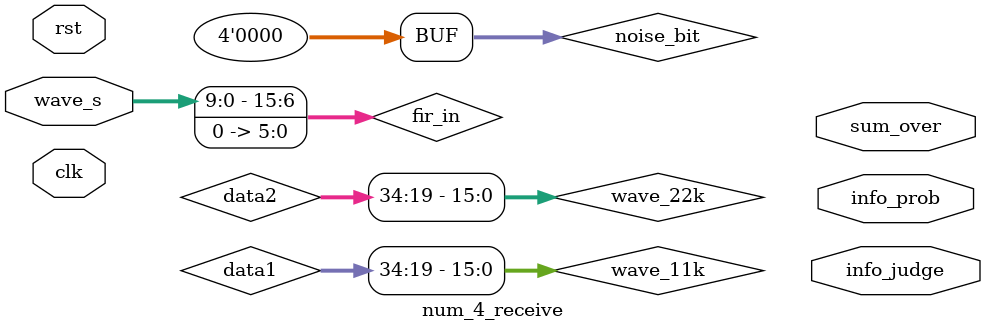
<source format=v>
module num_4_receive(
    input clk,          //200kHz系统时钟
    input rst,
    input [9:0] wave_s,          //AD信号输入
    
    output [3:0] info_judge,  //复原信号
    output [3:0] info_prob,  //可靠性判断
    output sum_over   //并行数据接收指示,上升沿处理数据，下降沿时info_judge稳定
);

// 10位输入转为16位
wire [15:0] fir_in;
assign fir_in[15:6]=wave_s;
assign fir_in[5:0]=6'd0000;

//滤波器35位输出截取为16位
wire signed [39:0] data1;
wire signed [39:0] data2;
wire signed [15:0] wave_11k;
wire signed [15:0] wave_22k;
assign wave_11k = data1[34:19];
assign wave_22k = data2[34:19];

//整流后的波形
wire [15:0] wave_11k_abs;
wire [15:0] wave_22k_abs;

//低通滤波器输出取16位
wire signed [39:0] data1_dc40;
wire signed [39:0] data2_dc40;
wire signed [15:0] wave_11k_dc;
wire signed [15:0] wave_22k_dc;
assign wave_11k_dc = data1_dc40[35:20];
assign wave_22k_dc = data2_dc40[35:20];

wire info;

//差值估值  判断信号有无  
wire signed [15:0] demode;
wire [15:0] difference_abs;
wire [3:0] difference_bit;
wire [3:0] noise_bit = 4'b0000;

wire clk_avg;   //64倍时钟 每计算完32次采样均值变化一次
wire clk_avg_1;   //比clk_avg略有延迟

wire [4:0] difference_bit_avg;   //信号差值估算         

wire signal_en;  //接收到的信号有效                 

//wire [3:0] info_judge;   //最终并行数据
//wire [3:0] info_prob;    //问题报警信号
//wire sum_over;           //并行数据接收指示

//过带通滤波器
// fir_11k u_fir_11k(
//   .aclk(clk),                           
//   .s_axis_data_tvalid(1'b1), 
//   .s_axis_data_tready(),
//   .s_axis_data_tdata(fir_in),  
//   .m_axis_data_tvalid(),  
//   .m_axis_data_tdata(data1)    
// );
// fir_22k u_fir_22k(
//   .aclk(clk),                           
//   .s_axis_data_tvalid(1'b1), 
//   .s_axis_data_tready(),
//   .s_axis_data_tdata(fir_in),  
//   .m_axis_data_tvalid(),  
//   .m_axis_data_tdata(data2)    
// );

//整流1
// rectify u1_rectify(
// .wave(wave_11k),
// .wave_abs(wave_11k_abs)
// );
// rectify u2_rectify(
// .wave(wave_22k),
// .wave_abs(wave_22k_abs)
// );

//低通滤波器
// lowpass u1_lowpass(
//   .aclk(clk),                           
//   .s_axis_data_tvalid(1'b1), 
//   .s_axis_data_tready(),
//   .s_axis_data_tdata(wave_11k_abs),  
//   .m_axis_data_tvalid(),  
//   .m_axis_data_tdata(data1_dc40)    
// );
// lowpass u2_lowpass(
//   .aclk(clk),                           
//   .s_axis_data_tvalid(1'b1), 
//   .s_axis_data_tready(),
//   .s_axis_data_tdata(wave_22k_abs),  
//   .m_axis_data_tvalid(),  
//   .m_axis_data_tdata(data2_dc40)    
// );

//解调
// dem u_dem(
// .clk(clk),
// .rst(rst),
// .wave_11k_dc(wave_11k_dc),
// .wave_22k_dc(wave_22k_dc),
// .info(info),
// .demode(demode)
// );

// //差值信号过整流
// rectify u3_rectify(
// .wave(demode),
// .wave_abs(difference_abs)
// );

//差值位宽判断
// bit_judge bit_judge(
// .clk(clk),
// .rst(rst),
// .difference_abs(difference_abs),
// .difference_bit(difference_bit)
// );

//每32位采样数据取平均值
// avg avg(
// .clk(clk),
// .rst(rst),
// .difference_bit(difference_bit),
// .clk_avg(clk_avg),
// .clk_avg_1(clk_avg_1),
// .difference_bit_avg(difference_bit_avg)
// );

//判断是否接收到信号
// signal_enable signal_enable(
// .clk_avg_1(clk_avg_1),
// .rst(rst),
// .difference_bit_avg(difference_bit_avg),
// .noise_bit(noise_bit),
// .signal_en(signal_en)
// );

//同步 判决 输出信号
// judgment judgment(
// .clk(clk),
// .rst(rst),
// .info(info),  
// .signal_en(signal_en),  // 信号有效性判断
// .clk_avg(clk_avg),   //
// .info_judge(info_judge),  //复原信号
// .info_prob(info_prob),  //可靠性判断
// .sum_over(sum_over)
// );

endmodule
</source>
